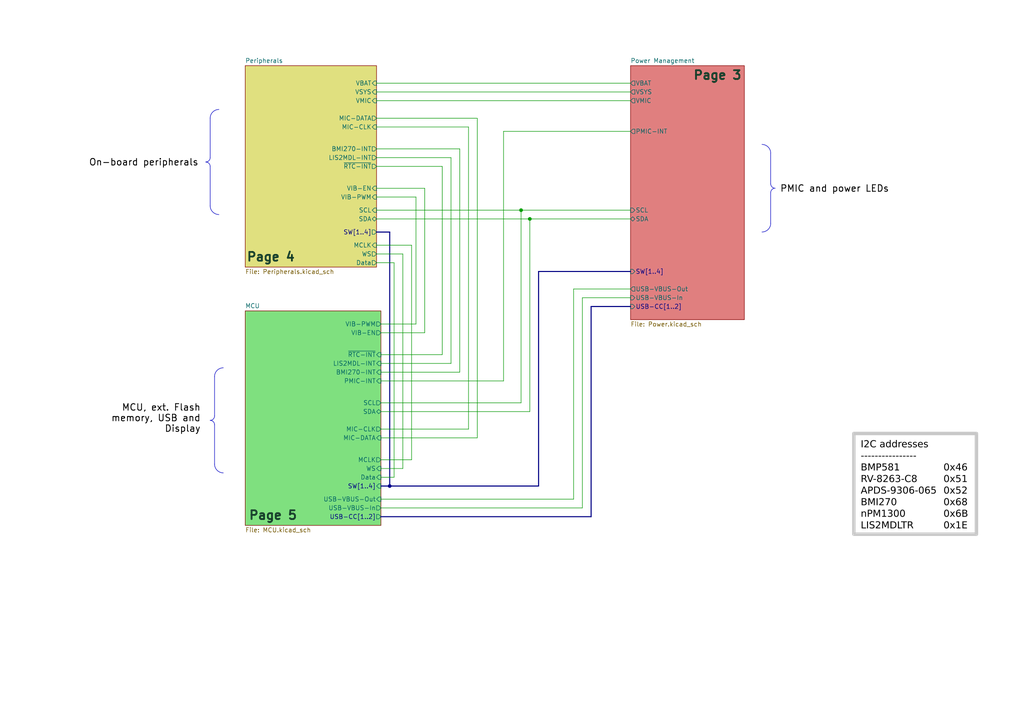
<source format=kicad_sch>
(kicad_sch
	(version 20250114)
	(generator "eeschema")
	(generator_version "9.0")
	(uuid "d5742f03-3b1a-42e5-a384-018bd4b919aa")
	(paper "A4")
	(title_block
		(title "Power-Management")
		(date "2025-07-13")
		(rev "${REVISION}")
		(company "${COMPANY}")
	)
	(lib_symbols)
	(arc
		(start 223.54 55.86)
		(mid 223.9149 54.9649)
		(end 224.81 54.59)
		(stroke
			(width 0)
			(type default)
		)
		(fill
			(type none)
		)
		(uuid 0d0a5f85-423a-4c91-909f-8f4829b9a93a)
	)
	(arc
		(start 60.96 34.29)
		(mid 61.7039 32.4939)
		(end 63.5 31.75)
		(stroke
			(width 0)
			(type default)
		)
		(fill
			(type none)
		)
		(uuid 1f986cde-39dc-4256-b7ab-1b87b0450a5a)
	)
	(arc
		(start 63.5 62.23)
		(mid 61.7098 61.4802)
		(end 60.96 59.69)
		(stroke
			(width 0)
			(type default)
		)
		(fill
			(type none)
		)
		(uuid 475eac8c-bcd6-4178-93e0-d59cefc80fd7)
	)
	(arc
		(start 59.69 46.99)
		(mid 60.5851 47.3649)
		(end 60.96 48.26)
		(stroke
			(width 0)
			(type default)
		)
		(fill
			(type none)
		)
		(uuid 602f2a6b-d9f6-47eb-afd4-baba9ea1f008)
	)
	(arc
		(start 221 41.89)
		(mid 222.7902 42.6398)
		(end 223.54 44.43)
		(stroke
			(width 0)
			(type default)
		)
		(fill
			(type none)
		)
		(uuid 6a9e2074-65cd-4a4a-84bf-6ceecf1db2b6)
	)
	(arc
		(start 224.81 54.59)
		(mid 223.9149 54.2151)
		(end 223.54 53.32)
		(stroke
			(width 0)
			(type default)
		)
		(fill
			(type none)
		)
		(uuid 74ec47f4-5d14-4868-94f6-a1b81869c9e3)
	)
	(arc
		(start 62.23 120.65)
		(mid 61.8551 121.5451)
		(end 60.96 121.92)
		(stroke
			(width 0)
			(type default)
		)
		(fill
			(type none)
		)
		(uuid 84c0fd28-0211-4b06-b256-6c0b700c0ec4)
	)
	(arc
		(start 223.54 64.75)
		(mid 222.7961 66.5461)
		(end 221 67.29)
		(stroke
			(width 0)
			(type default)
		)
		(fill
			(type none)
		)
		(uuid 910d85bb-30ec-4140-a43a-0fa0cba59ca3)
	)
	(arc
		(start 60.96 45.72)
		(mid 60.5851 46.6151)
		(end 59.69 46.99)
		(stroke
			(width 0)
			(type default)
		)
		(fill
			(type none)
		)
		(uuid 9aef0ffd-70f2-4f9f-a053-c0f003eead1b)
	)
	(arc
		(start 64.77 137.16)
		(mid 62.9798 136.4102)
		(end 62.23 134.62)
		(stroke
			(width 0)
			(type default)
		)
		(fill
			(type none)
		)
		(uuid b7347dca-925f-46cd-a43b-a0d430e2ae31)
	)
	(arc
		(start 62.23 109.22)
		(mid 62.9739 107.4239)
		(end 64.77 106.68)
		(stroke
			(width 0)
			(type default)
		)
		(fill
			(type none)
		)
		(uuid d3290a4f-eff2-4235-84b7-33a4e12c6a53)
	)
	(arc
		(start 60.96 121.92)
		(mid 61.8551 122.2949)
		(end 62.23 123.19)
		(stroke
			(width 0)
			(type default)
		)
		(fill
			(type none)
		)
		(uuid ffd260c0-4471-4212-8ed2-093930a6baae)
	)
	(text "Page 5"
		(exclude_from_sim no)
		(at 86.36 151.13 0)
		(effects
			(font
				(size 2.54 2.54)
				(bold yes)
				(color 20 60 40 1)
			)
			(justify right bottom)
			(href "#5")
		)
		(uuid "1c6419dd-4317-4250-9e51-7d91ac81481c")
	)
	(text "Page 3"
		(exclude_from_sim no)
		(at 215.265 23.495 0)
		(effects
			(font
				(size 2.54 2.54)
				(bold yes)
				(color 20 60 40 1)
			)
			(justify right bottom)
			(href "#3")
		)
		(uuid "40c46166-725e-4696-88e1-fc6bcae6612f")
	)
	(text "Page 4"
		(exclude_from_sim no)
		(at 85.725 76.2 0)
		(effects
			(font
				(size 2.54 2.54)
				(bold yes)
				(color 20 60 40 1)
			)
			(justify right bottom)
			(href "#4")
		)
		(uuid "edcfc842-3b0d-4b1a-9bde-92f723be0a77")
	)
	(text_box "MCU, ext. Flash memory, USB and Display"
		(exclude_from_sim no)
		(at 22.225 115.57 0)
		(size 37.465 12.7)
		(margins 1.4287 1.4287 1.4287 1.4287)
		(stroke
			(width -0.0001)
			(type solid)
		)
		(fill
			(type none)
		)
		(effects
			(font
				(size 1.905 1.905)
				(thickness 0.2381)
				(color 0 0 0 1)
			)
			(justify right top)
		)
		(uuid "14ff5e4d-8ee9-40f4-95c2-0ba3f9b9a625")
	)
	(text_box "I2C addresses\n----------------\nBMP581			0x46\nRV-8263-C8		0x51\nAPDS-9306-065	0x52\nBMI270			0x68\nnPM1300			0x6B\nLIS2MDLTR		0x1E"
		(exclude_from_sim no)
		(at 247.65 125.73 0)
		(size 35.56 29.21)
		(margins 2 2 2 2)
		(stroke
			(width 1)
			(type solid)
			(color 200 200 200 1)
		)
		(fill
			(type none)
		)
		(effects
			(font
				(face "Arial")
				(size 2 2)
				(color 0 0 0 1)
			)
			(justify left top)
		)
		(uuid "4cfd49f0-cf3d-448e-b835-b27d54dce44f")
	)
	(text_box "On-board peripherals"
		(exclude_from_sim no)
		(at 22.86 44.45 0)
		(size 36.195 5.08)
		(margins 1.4287 1.4287 1.4287 1.4287)
		(stroke
			(width -0.0001)
			(type solid)
		)
		(fill
			(type none)
		)
		(effects
			(font
				(size 1.905 1.905)
				(thickness 0.2381)
				(color 0 0 0 1)
			)
			(justify right top)
		)
		(uuid "6bf16732-08a7-4c2f-8e49-2d3ac9ac6ce3")
	)
	(text_box "PMIC and power LEDs"
		(exclude_from_sim no)
		(at 224.79 52.07 0)
		(size 35.56 5.1)
		(margins 1.4287 1.4287 1.4287 1.4287)
		(stroke
			(width -0.0001)
			(type solid)
		)
		(fill
			(type none)
		)
		(effects
			(font
				(size 1.905 1.905)
				(thickness 0.2381)
				(color 0 0 0 1)
			)
			(justify left top)
		)
		(uuid "a9cd2ca0-c476-4813-985e-388c7fef1b04")
	)
	(junction
		(at 113.03 140.97)
		(diameter 0)
		(color 0 0 0 0)
		(uuid "29f55d23-49a3-4eb1-b710-ba119b2b72f1")
	)
	(junction
		(at 153.67 63.5)
		(diameter 0)
		(color 0 0 0 0)
		(uuid "64d150ba-0952-45cf-a571-87a9916e08db")
	)
	(junction
		(at 151.13 60.96)
		(diameter 0)
		(color 0 0 0 0)
		(uuid "d7643d27-cc69-4e9f-a1e5-7aa0bd107efd")
	)
	(polyline
		(pts
			(xy 223.52 55.88) (xy 223.52 64.77)
		)
		(stroke
			(width 0)
			(type default)
		)
		(uuid "043c6618-b911-47f1-ac0c-19372b874d8e")
	)
	(polyline
		(pts
			(xy 62.23 123.19) (xy 62.23 134.62)
		)
		(stroke
			(width 0)
			(type default)
		)
		(uuid "05df6e9a-718c-498c-93fc-b44aadfd5cee")
	)
	(wire
		(pts
			(xy 130.81 45.72) (xy 130.81 105.41)
		)
		(stroke
			(width 0)
			(type default)
		)
		(uuid "0612fcd2-d101-4e30-8234-af8beb6fef7c")
	)
	(wire
		(pts
			(xy 135.89 36.83) (xy 109.22 36.83)
		)
		(stroke
			(width 0)
			(type default)
		)
		(uuid "09465722-f208-4478-ba29-c26bb32550b7")
	)
	(wire
		(pts
			(xy 119.38 133.35) (xy 110.49 133.35)
		)
		(stroke
			(width 0)
			(type default)
		)
		(uuid "09e18395-d584-477c-b66b-b301be2476c5")
	)
	(wire
		(pts
			(xy 110.49 116.84) (xy 151.13 116.84)
		)
		(stroke
			(width 0)
			(type default)
		)
		(uuid "0a56d7db-43ce-4647-8517-acd128e55201")
	)
	(wire
		(pts
			(xy 119.38 71.12) (xy 119.38 133.35)
		)
		(stroke
			(width 0)
			(type default)
		)
		(uuid "0b630398-f963-4d02-9766-62e3977f3f84")
	)
	(bus
		(pts
			(xy 171.45 88.9) (xy 182.88 88.9)
		)
		(stroke
			(width 0)
			(type default)
		)
		(uuid "0e541ba1-2cbf-4660-8eb9-30c87e9efe65")
	)
	(wire
		(pts
			(xy 110.49 107.95) (xy 133.35 107.95)
		)
		(stroke
			(width 0)
			(type default)
		)
		(uuid "0ecaa43f-5a7c-4bfe-ba7d-5fbdc71b86b8")
	)
	(wire
		(pts
			(xy 109.22 29.21) (xy 182.88 29.21)
		)
		(stroke
			(width 0)
			(type default)
		)
		(uuid "110bd0bc-7cdd-4b15-8e78-67d184df3e84")
	)
	(wire
		(pts
			(xy 128.27 102.87) (xy 110.49 102.87)
		)
		(stroke
			(width 0)
			(type default)
		)
		(uuid "147291d1-ebf2-4af1-aadb-dd7a922f4ee8")
	)
	(wire
		(pts
			(xy 120.65 93.98) (xy 110.49 93.98)
		)
		(stroke
			(width 0)
			(type default)
		)
		(uuid "15a50584-8f09-4623-aed0-171ea05061a4")
	)
	(bus
		(pts
			(xy 113.03 67.31) (xy 113.03 140.97)
		)
		(stroke
			(width 0)
			(type default)
		)
		(uuid "26f06967-cfed-4b56-849a-1d8b23a128cd")
	)
	(wire
		(pts
			(xy 110.49 119.38) (xy 153.67 119.38)
		)
		(stroke
			(width 0)
			(type default)
		)
		(uuid "2ac0f37d-d3e1-4b4b-8a10-cb690cc101e0")
	)
	(bus
		(pts
			(xy 110.49 149.86) (xy 171.45 149.86)
		)
		(stroke
			(width 0)
			(type default)
		)
		(uuid "31582fbd-9b76-46fc-b50f-9ab742fdad05")
	)
	(wire
		(pts
			(xy 133.35 107.95) (xy 133.35 43.18)
		)
		(stroke
			(width 0)
			(type default)
		)
		(uuid "323963c3-051e-48e4-86eb-a6eb3dfb4132")
	)
	(wire
		(pts
			(xy 166.37 144.78) (xy 110.49 144.78)
		)
		(stroke
			(width 0)
			(type default)
		)
		(uuid "42fcc6fc-6ab5-456b-b1b5-2f07b690dd23")
	)
	(polyline
		(pts
			(xy 223.52 44.45) (xy 223.52 53.34)
		)
		(stroke
			(width 0)
			(type default)
		)
		(uuid "46430fe5-af18-42d8-a3c0-b6bd26320987")
	)
	(wire
		(pts
			(xy 182.88 38.1) (xy 146.05 38.1)
		)
		(stroke
			(width 0)
			(type default)
		)
		(uuid "48c77f4e-3bad-4ae9-b11e-e9468a55a3b4")
	)
	(wire
		(pts
			(xy 166.37 83.82) (xy 166.37 144.78)
		)
		(stroke
			(width 0)
			(type default)
		)
		(uuid "48cf0bcb-8628-4c9b-8504-f2da2552eaf1")
	)
	(bus
		(pts
			(xy 156.21 140.97) (xy 113.03 140.97)
		)
		(stroke
			(width 0)
			(type default)
		)
		(uuid "497042e3-5e8e-4cb7-9ebf-0507485ff9e2")
	)
	(bus
		(pts
			(xy 156.21 78.74) (xy 156.21 140.97)
		)
		(stroke
			(width 0)
			(type default)
		)
		(uuid "58d25a80-4cda-4f02-9aec-c521392eea84")
	)
	(wire
		(pts
			(xy 168.91 86.36) (xy 182.88 86.36)
		)
		(stroke
			(width 0)
			(type default)
		)
		(uuid "596197aa-1e3c-40c9-af7a-910a75c50e4b")
	)
	(wire
		(pts
			(xy 109.22 24.13) (xy 182.88 24.13)
		)
		(stroke
			(width 0)
			(type default)
		)
		(uuid "61f620f7-63d2-41a1-82b9-33f4ef90de41")
	)
	(wire
		(pts
			(xy 130.81 105.41) (xy 110.49 105.41)
		)
		(stroke
			(width 0)
			(type default)
		)
		(uuid "6549794d-5004-42d4-9574-39b8df440bc9")
	)
	(wire
		(pts
			(xy 128.27 48.26) (xy 128.27 102.87)
		)
		(stroke
			(width 0)
			(type default)
		)
		(uuid "69c7df00-bb28-4cb9-a016-99e12b1595da")
	)
	(wire
		(pts
			(xy 168.91 86.36) (xy 168.91 147.32)
		)
		(stroke
			(width 0)
			(type default)
		)
		(uuid "6ae7ba33-0b30-49cf-ae82-79efbcf22079")
	)
	(bus
		(pts
			(xy 156.21 78.74) (xy 182.88 78.74)
		)
		(stroke
			(width 0)
			(type default)
		)
		(uuid "6b008153-c870-403a-91ec-4c7d7c08cba0")
	)
	(bus
		(pts
			(xy 171.45 88.9) (xy 171.45 149.86)
		)
		(stroke
			(width 0)
			(type default)
		)
		(uuid "6baffa15-f8ae-4332-bf62-86d3e726b99f")
	)
	(wire
		(pts
			(xy 109.22 48.26) (xy 128.27 48.26)
		)
		(stroke
			(width 0)
			(type default)
		)
		(uuid "6cbc9a39-55a2-40d5-ba4d-646460d2da0d")
	)
	(wire
		(pts
			(xy 153.67 63.5) (xy 153.67 119.38)
		)
		(stroke
			(width 0)
			(type default)
		)
		(uuid "6dfe7b4f-8add-4aea-b19e-68cbb90c3852")
	)
	(wire
		(pts
			(xy 153.67 63.5) (xy 182.88 63.5)
		)
		(stroke
			(width 0)
			(type default)
		)
		(uuid "7349ffd5-052b-4eec-8755-ca945cfbd92c")
	)
	(bus
		(pts
			(xy 109.22 67.31) (xy 113.03 67.31)
		)
		(stroke
			(width 0)
			(type default)
		)
		(uuid "769bc835-81ce-46b4-9a12-7ef0709c6c6a")
	)
	(wire
		(pts
			(xy 123.19 96.52) (xy 110.49 96.52)
		)
		(stroke
			(width 0)
			(type default)
		)
		(uuid "77a2e427-53cf-4a27-a904-af25fd1b0c0b")
	)
	(wire
		(pts
			(xy 166.37 83.82) (xy 182.88 83.82)
		)
		(stroke
			(width 0)
			(type default)
		)
		(uuid "7a6d65f6-5139-45ce-904d-e7b7e6123a92")
	)
	(wire
		(pts
			(xy 109.22 57.15) (xy 120.65 57.15)
		)
		(stroke
			(width 0)
			(type default)
		)
		(uuid "7ac98f2a-d4ea-4e43-9f86-ca003cfe7159")
	)
	(wire
		(pts
			(xy 138.43 127) (xy 110.49 127)
		)
		(stroke
			(width 0)
			(type default)
		)
		(uuid "7ba01e5b-5d6c-4631-b019-2350a4c1b07d")
	)
	(wire
		(pts
			(xy 109.22 60.96) (xy 151.13 60.96)
		)
		(stroke
			(width 0)
			(type default)
		)
		(uuid "7e11aac7-4615-4b47-a416-8c53507bd8bb")
	)
	(wire
		(pts
			(xy 133.35 43.18) (xy 109.22 43.18)
		)
		(stroke
			(width 0)
			(type default)
		)
		(uuid "7f640ee9-451c-41b0-80b5-312edf3f4bd1")
	)
	(wire
		(pts
			(xy 146.05 38.1) (xy 146.05 110.49)
		)
		(stroke
			(width 0)
			(type default)
		)
		(uuid "7fe2186f-5170-47be-9e13-6cb4e19a9f8d")
	)
	(wire
		(pts
			(xy 135.89 124.46) (xy 135.89 36.83)
		)
		(stroke
			(width 0)
			(type default)
		)
		(uuid "8623598b-8c0f-4793-bbe7-c75cd6a144b7")
	)
	(wire
		(pts
			(xy 109.22 54.61) (xy 123.19 54.61)
		)
		(stroke
			(width 0)
			(type default)
		)
		(uuid "961850bc-7afd-4b33-9e6d-7970199be68d")
	)
	(wire
		(pts
			(xy 109.22 71.12) (xy 119.38 71.12)
		)
		(stroke
			(width 0)
			(type default)
		)
		(uuid "9b7acb9e-b30c-49b1-9241-c3d23949449a")
	)
	(wire
		(pts
			(xy 151.13 60.96) (xy 151.13 116.84)
		)
		(stroke
			(width 0)
			(type default)
		)
		(uuid "9f4acdc0-4a27-4e7b-a2c6-492f9a8c0c12")
	)
	(wire
		(pts
			(xy 110.49 124.46) (xy 135.89 124.46)
		)
		(stroke
			(width 0)
			(type default)
		)
		(uuid "a735173a-5b59-4a35-add9-d2ec6baa4b86")
	)
	(bus
		(pts
			(xy 113.03 140.97) (xy 110.49 140.97)
		)
		(stroke
			(width 0)
			(type default)
		)
		(uuid "a827e1b5-4882-40a8-afa8-12d07ef0daf0")
	)
	(wire
		(pts
			(xy 109.22 45.72) (xy 130.81 45.72)
		)
		(stroke
			(width 0)
			(type default)
		)
		(uuid "a9c8d3be-8729-4150-b988-215b2c1815cb")
	)
	(wire
		(pts
			(xy 110.49 147.32) (xy 168.91 147.32)
		)
		(stroke
			(width 0)
			(type default)
		)
		(uuid "aa00a422-1802-4154-8bf3-ca2360ea7cd5")
	)
	(wire
		(pts
			(xy 123.19 54.61) (xy 123.19 96.52)
		)
		(stroke
			(width 0)
			(type default)
		)
		(uuid "b0c9aad4-d822-4e95-97d2-6e474cbd78f0")
	)
	(wire
		(pts
			(xy 114.3 138.43) (xy 110.49 138.43)
		)
		(stroke
			(width 0)
			(type default)
		)
		(uuid "b20d028c-c07a-4346-be08-f3c0ccf8050c")
	)
	(polyline
		(pts
			(xy 62.23 120.65) (xy 62.23 109.22)
		)
		(stroke
			(width 0)
			(type default)
		)
		(uuid "bb8763f6-0405-4060-81c6-ef46723cdfa8")
	)
	(wire
		(pts
			(xy 116.84 73.66) (xy 116.84 135.89)
		)
		(stroke
			(width 0)
			(type default)
		)
		(uuid "c03e323f-00d3-4309-ba82-da2197bfa15c")
	)
	(wire
		(pts
			(xy 138.43 34.29) (xy 138.43 127)
		)
		(stroke
			(width 0)
			(type default)
		)
		(uuid "c449571d-a795-446a-af7c-258a07860599")
	)
	(wire
		(pts
			(xy 120.65 57.15) (xy 120.65 93.98)
		)
		(stroke
			(width 0)
			(type default)
		)
		(uuid "c5292275-8461-4c23-b8a3-c40791166809")
	)
	(wire
		(pts
			(xy 109.22 63.5) (xy 153.67 63.5)
		)
		(stroke
			(width 0)
			(type default)
		)
		(uuid "cea72b24-df67-4690-b6ab-d32da7594f34")
	)
	(wire
		(pts
			(xy 109.22 26.67) (xy 182.88 26.67)
		)
		(stroke
			(width 0)
			(type default)
		)
		(uuid "cfca47e9-5556-439a-b6e0-b88420013397")
	)
	(wire
		(pts
			(xy 114.3 76.2) (xy 114.3 138.43)
		)
		(stroke
			(width 0)
			(type default)
		)
		(uuid "d4f5d83c-c5cb-4895-983a-e563f323ff9b")
	)
	(wire
		(pts
			(xy 109.22 76.2) (xy 114.3 76.2)
		)
		(stroke
			(width 0)
			(type default)
		)
		(uuid "dc78a5a2-cb92-4a3f-bffb-7642afdb9a00")
	)
	(polyline
		(pts
			(xy 60.96 48.26) (xy 60.96 59.69)
		)
		(stroke
			(width 0)
			(type default)
		)
		(uuid "e2ec56b3-fcbc-418e-ba82-c5d7af6b18ba")
	)
	(wire
		(pts
			(xy 116.84 135.89) (xy 110.49 135.89)
		)
		(stroke
			(width 0)
			(type default)
		)
		(uuid "e6412902-a12c-4726-96c0-1a87361338cf")
	)
	(wire
		(pts
			(xy 110.49 110.49) (xy 146.05 110.49)
		)
		(stroke
			(width 0)
			(type default)
		)
		(uuid "e8246558-51d9-46d8-982f-55d7ac1b294d")
	)
	(wire
		(pts
			(xy 109.22 73.66) (xy 116.84 73.66)
		)
		(stroke
			(width 0)
			(type default)
		)
		(uuid "e85441e1-1c54-4457-880a-f8059155ac91")
	)
	(wire
		(pts
			(xy 151.13 60.96) (xy 182.88 60.96)
		)
		(stroke
			(width 0)
			(type default)
		)
		(uuid "efe0c016-f71b-4417-a843-9fca35d1cef7")
	)
	(polyline
		(pts
			(xy 60.96 45.72) (xy 60.96 34.29)
		)
		(stroke
			(width 0)
			(type default)
		)
		(uuid "efee73f9-8b99-4dd0-a783-7dbc49dacb47")
	)
	(wire
		(pts
			(xy 109.22 34.29) (xy 138.43 34.29)
		)
		(stroke
			(width 0)
			(type default)
		)
		(uuid "f53c9ce5-5f62-4f5f-91bf-f54d9587167a")
	)
	(sheet
		(at 71.12 19.05)
		(size 38.1 58.42)
		(exclude_from_sim no)
		(in_bom yes)
		(on_board yes)
		(dnp no)
		(fields_autoplaced yes)
		(stroke
			(width 0.1524)
			(type solid)
		)
		(fill
			(color 194 194 0 0.5000)
		)
		(uuid "82af773f-8c39-43b9-baa2-3658da6c8bb2")
		(property "Sheetname" "Peripherals"
			(at 71.12 18.3384 0)
			(effects
				(font
					(size 1.27 1.27)
				)
				(justify left bottom)
			)
		)
		(property "Sheetfile" "Peripherals.kicad_sch"
			(at 71.12 78.0546 0)
			(effects
				(font
					(size 1.27 1.27)
				)
				(justify left top)
			)
		)
		(pin "SDA" bidirectional
			(at 109.22 63.5 0)
			(uuid "1eba675f-19b6-4eba-8fe6-90deccba51be")
			(effects
				(font
					(size 1.27 1.27)
				)
				(justify right)
			)
		)
		(pin "SCL" input
			(at 109.22 60.96 0)
			(uuid "bb337551-8166-4fd6-a499-6bab8619b51a")
			(effects
				(font
					(size 1.27 1.27)
				)
				(justify right)
			)
		)
		(pin "LIS2MDL-INT" output
			(at 109.22 45.72 0)
			(uuid "f9446bb0-ec0b-453a-b94f-c3fef08131bf")
			(effects
				(font
					(size 1.27 1.27)
				)
				(justify right)
			)
		)
		(pin "BMI270-INT" output
			(at 109.22 43.18 0)
			(uuid "de9f7396-b2c2-41ba-b5b4-bf10ea78a8a7")
			(effects
				(font
					(size 1.27 1.27)
				)
				(justify right)
			)
		)
		(pin "MIC-CLK" input
			(at 109.22 36.83 0)
			(uuid "bd487bc6-b4ba-4b0a-a3b2-8e2efd663997")
			(effects
				(font
					(size 1.27 1.27)
				)
				(justify right)
			)
		)
		(pin "MIC-DATA" output
			(at 109.22 34.29 0)
			(uuid "da52275d-b12c-474d-9e34-8bab37713965")
			(effects
				(font
					(size 1.27 1.27)
				)
				(justify right)
			)
		)
		(pin "SW[1..4]" output
			(at 109.22 67.31 0)
			(uuid "0045687a-593f-4c61-91f3-4bbebd17a337")
			(effects
				(font
					(size 1.27 1.27)
				)
				(justify right)
			)
		)
		(pin "VBAT" input
			(at 109.22 24.13 0)
			(uuid "3ffb7511-678d-4b0c-8533-869f86755930")
			(effects
				(font
					(size 1.27 1.27)
				)
				(justify right)
			)
		)
		(pin "VSYS" input
			(at 109.22 26.67 0)
			(uuid "4e5961b0-ce96-4f62-8ff7-f606f1f01d2a")
			(effects
				(font
					(size 1.27 1.27)
				)
				(justify right)
			)
		)
		(pin "~{RTC-INT}" output
			(at 109.22 48.26 0)
			(uuid "1b89b6ba-fdaa-4042-99a5-381aa29b58e2")
			(effects
				(font
					(size 1.27 1.27)
				)
				(justify right)
			)
		)
		(pin "VIB-EN" input
			(at 109.22 54.61 0)
			(uuid "c06a7bb5-06bd-4fd2-9e16-ee0bf75a1651")
			(effects
				(font
					(size 1.27 1.27)
				)
				(justify right)
			)
		)
		(pin "VIB-PWM" input
			(at 109.22 57.15 0)
			(uuid "4df49e2f-f788-4101-bb1f-064313bba0b6")
			(effects
				(font
					(size 1.27 1.27)
				)
				(justify right)
			)
		)
		(pin "MCLK" input
			(at 109.22 71.12 0)
			(uuid "f606846e-30e5-4f58-89da-18bf98f13c82")
			(effects
				(font
					(size 1.27 1.27)
				)
				(justify right)
			)
		)
		(pin "WS" output
			(at 109.22 73.66 0)
			(uuid "aff0a317-18e8-472f-bf48-839c4ad6be5b")
			(effects
				(font
					(size 1.27 1.27)
				)
				(justify right)
			)
		)
		(pin "Data" output
			(at 109.22 76.2 0)
			(uuid "dbef254f-68b8-4eac-a0cc-f1fdad27723e")
			(effects
				(font
					(size 1.27 1.27)
				)
				(justify right)
			)
		)
		(pin "VMIC" input
			(at 109.22 29.21 0)
			(uuid "810db047-2031-423f-b951-63f86949173d")
			(effects
				(font
					(size 1.27 1.27)
				)
				(justify right)
			)
		)
		(instances
			(project ""
				(path "/c5103ceb-5325-4a84-a025-9638a412984e"
					(page "#")
				)
			)
			(project "ZSWatch-Watch-DevKit"
				(path "/d5742f03-3b1a-42e5-a384-018bd4b919aa/c5103ceb-5325-4a84-a025-9638a412984e"
					(page "5")
				)
			)
		)
	)
	(sheet
		(at 71.12 90.17)
		(size 39.37 62.23)
		(exclude_from_sim no)
		(in_bom yes)
		(on_board yes)
		(dnp no)
		(fields_autoplaced yes)
		(stroke
			(width 0.1524)
			(type solid)
		)
		(fill
			(color 0 194 0 0.5000)
		)
		(uuid "8c9f2ee7-84da-4a9a-b0dc-117e0b0a9ea7")
		(property "Sheetname" "MCU"
			(at 71.12 89.4584 0)
			(effects
				(font
					(size 1.27 1.27)
				)
				(justify left bottom)
			)
		)
		(property "Sheetfile" "MCU.kicad_sch"
			(at 71.12 152.9846 0)
			(effects
				(font
					(size 1.27 1.27)
				)
				(justify left top)
			)
		)
		(pin "SCL" output
			(at 110.49 116.84 0)
			(uuid "797249bb-9869-421e-8e92-643b562e07c7")
			(effects
				(font
					(size 1.27 1.27)
				)
				(justify right)
			)
		)
		(pin "LIS2MDL-INT" input
			(at 110.49 105.41 0)
			(uuid "07375f88-2e9c-4e51-b8c4-2084d7ed672d")
			(effects
				(font
					(size 1.27 1.27)
				)
				(justify right)
			)
		)
		(pin "BMI270-INT" input
			(at 110.49 107.95 0)
			(uuid "3e12da2a-033c-40fc-aa6b-96d8bfbb4cf3")
			(effects
				(font
					(size 1.27 1.27)
				)
				(justify right)
			)
		)
		(pin "PMIC-INT" input
			(at 110.49 110.49 0)
			(uuid "ace71a04-b7ab-4a2f-9fb9-a6b38e5217c1")
			(effects
				(font
					(size 1.27 1.27)
				)
				(justify right)
			)
		)
		(pin "MIC-DATA" input
			(at 110.49 127 0)
			(uuid "8850166a-b658-4d29-a0a5-9e447cda1ad6")
			(effects
				(font
					(size 1.27 1.27)
				)
				(justify right)
			)
		)
		(pin "MIC-CLK" output
			(at 110.49 124.46 0)
			(uuid "b011bc5c-deda-4e2f-aa1e-0eaa632dcfe3")
			(effects
				(font
					(size 1.27 1.27)
				)
				(justify right)
			)
		)
		(pin "USB-VBUS-In" output
			(at 110.49 147.32 0)
			(uuid "96cb327f-d37d-4f2d-9c3b-5d505420c6ad")
			(effects
				(font
					(size 1.27 1.27)
				)
				(justify right)
			)
		)
		(pin "USB-CC[1..2]" output
			(at 110.49 149.86 0)
			(uuid "6a0b679b-6522-4527-8ed7-c1ded9b2a9a0")
			(effects
				(font
					(size 1.27 1.27)
				)
				(justify right)
			)
		)
		(pin "USB-VBUS-Out" input
			(at 110.49 144.78 0)
			(uuid "e071ff08-fec4-49e9-949e-186193f82465")
			(effects
				(font
					(size 1.27 1.27)
				)
				(justify right)
			)
		)
		(pin "SW[1..4]" input
			(at 110.49 140.97 0)
			(uuid "f1d5f040-34c2-4367-85d5-baa50b55dc11")
			(effects
				(font
					(size 1.27 1.27)
				)
				(justify right)
			)
		)
		(pin "~{RTC-INT}" input
			(at 110.49 102.87 0)
			(uuid "86c732d1-e8ac-419e-a590-91d080341b4c")
			(effects
				(font
					(size 1.27 1.27)
				)
				(justify right)
			)
		)
		(pin "VIB-EN" output
			(at 110.49 96.52 0)
			(uuid "0ddf500a-0bb5-42cd-82fd-7b8eaf72a350")
			(effects
				(font
					(size 1.27 1.27)
				)
				(justify right)
			)
		)
		(pin "VIB-PWM" output
			(at 110.49 93.98 0)
			(uuid "927eeacb-2b9c-42db-9a63-b19835a2516b")
			(effects
				(font
					(size 1.27 1.27)
				)
				(justify right)
			)
		)
		(pin "MCLK" output
			(at 110.49 133.35 0)
			(uuid "3b00e0af-be1c-4a06-a7b2-5e396ab0dbd8")
			(effects
				(font
					(size 1.27 1.27)
				)
				(justify right)
			)
		)
		(pin "WS" input
			(at 110.49 135.89 0)
			(uuid "7bf1bc1a-ab56-47bb-91c7-1ab89d6391d4")
			(effects
				(font
					(size 1.27 1.27)
				)
				(justify right)
			)
		)
		(pin "Data" input
			(at 110.49 138.43 0)
			(uuid "b0def621-addf-4a5c-ae91-caf921bcb101")
			(effects
				(font
					(size 1.27 1.27)
				)
				(justify right)
			)
		)
		(pin "SDA" bidirectional
			(at 110.49 119.38 0)
			(uuid "50a74a98-2e66-4392-83ff-0fb9e161c980")
			(effects
				(font
					(size 1.27 1.27)
				)
				(justify right)
			)
		)
		(instances
			(project ""
				(path "/c5103ceb-5325-4a84-a025-9638a412984e"
					(page "#")
				)
			)
			(project "ZSWatch-Watch-DevKit"
				(path "/d5742f03-3b1a-42e5-a384-018bd4b919aa/c5103ceb-5325-4a84-a025-9638a412984e"
					(page "6")
				)
			)
		)
	)
	(sheet
		(at 182.88 19.05)
		(size 33.02 73.66)
		(exclude_from_sim no)
		(in_bom yes)
		(on_board yes)
		(dnp no)
		(fields_autoplaced yes)
		(stroke
			(width 0.1524)
			(type solid)
		)
		(fill
			(color 194 0 0 0.5000)
		)
		(uuid "cee9a3a2-28cd-4e6c-b23d-337f115f39e8")
		(property "Sheetname" "Power Management"
			(at 182.88 18.3384 0)
			(effects
				(font
					(size 1.27 1.27)
				)
				(justify left bottom)
			)
		)
		(property "Sheetfile" "Power.kicad_sch"
			(at 182.88 93.2946 0)
			(effects
				(font
					(size 1.27 1.27)
				)
				(justify left top)
			)
		)
		(pin "PMIC-INT" output
			(at 182.88 38.1 180)
			(uuid "52da53ce-c1e8-41b8-b9cf-0f4cb9dfd47c")
			(effects
				(font
					(size 1.27 1.27)
				)
				(justify left)
			)
		)
		(pin "SCL" input
			(at 182.88 60.96 180)
			(uuid "11eddba8-96df-4767-88fe-00b788be41ea")
			(effects
				(font
					(size 1.27 1.27)
				)
				(justify left)
			)
		)
		(pin "SDA" bidirectional
			(at 182.88 63.5 180)
			(uuid "edf7cf8e-768f-42be-ad90-6ba90c1f26db")
			(effects
				(font
					(size 1.27 1.27)
				)
				(justify left)
			)
		)
		(pin "VSYS" output
			(at 182.88 26.67 180)
			(uuid "5e4558eb-ce2f-41b6-9832-9bbb640fd251")
			(effects
				(font
					(size 1.27 1.27)
				)
				(justify left)
			)
		)
		(pin "VBAT" output
			(at 182.88 24.13 180)
			(uuid "e9c720ee-7b58-408c-b334-d9d458d80a2c")
			(effects
				(font
					(size 1.27 1.27)
				)
				(justify left)
			)
		)
		(pin "USB-VBUS-In" input
			(at 182.88 86.36 180)
			(uuid "163c1dce-66fb-4a5c-a4d9-5100029030bf")
			(effects
				(font
					(size 1.27 1.27)
				)
				(justify left)
			)
		)
		(pin "USB-CC[1..2]" input
			(at 182.88 88.9 180)
			(uuid "302485ea-4f66-470d-82ad-807719166ba5")
			(effects
				(font
					(size 1.27 1.27)
				)
				(justify left)
			)
		)
		(pin "USB-VBUS-Out" output
			(at 182.88 83.82 180)
			(uuid "78494372-6620-46dd-a87b-2c1205f3a78d")
			(effects
				(font
					(size 1.27 1.27)
				)
				(justify left)
			)
		)
		(pin "SW[1..4]" input
			(at 182.88 78.74 180)
			(uuid "ac2256bc-3f3d-482b-96c9-f8b3d88bdddc")
			(effects
				(font
					(size 1.27 1.27)
				)
				(justify left)
			)
		)
		(pin "VMIC" output
			(at 182.88 29.21 180)
			(uuid "bb9f9c71-3334-4f88-97b4-0b0b828d5da0")
			(effects
				(font
					(size 1.27 1.27)
				)
				(justify left)
			)
		)
		(instances
			(project ""
				(path "/c5103ceb-5325-4a84-a025-9638a412984e"
					(page "#")
				)
			)
			(project "ZSWatch-Watch-DevKit"
				(path "/d5742f03-3b1a-42e5-a384-018bd4b919aa/c5103ceb-5325-4a84-a025-9638a412984e"
					(page "4")
				)
			)
		)
	)
)

</source>
